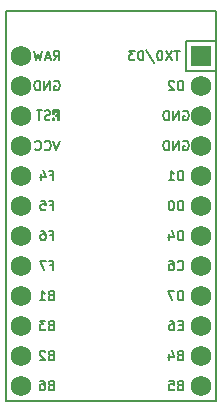
<source format=gbr>
%TF.GenerationSoftware,KiCad,Pcbnew,8.0.6*%
%TF.CreationDate,2025-04-17T08:46:25+02:00*%
%TF.ProjectId,KYBR_ORTHO,4b594252-5f4f-4525-9448-4f2e6b696361,rev?*%
%TF.SameCoordinates,Original*%
%TF.FileFunction,Legend,Bot*%
%TF.FilePolarity,Positive*%
%FSLAX46Y46*%
G04 Gerber Fmt 4.6, Leading zero omitted, Abs format (unit mm)*
G04 Created by KiCad (PCBNEW 8.0.6) date 2025-04-17 08:46:25*
%MOMM*%
%LPD*%
G01*
G04 APERTURE LIST*
%ADD10C,0.150000*%
%ADD11C,0.200000*%
%ADD12R,1.752600X1.752600*%
%ADD13C,1.752600*%
G04 APERTURE END LIST*
D10*
X60905666Y-67013247D02*
X61172332Y-67013247D01*
X61172332Y-67432295D02*
X61172332Y-66632295D01*
X61172332Y-66632295D02*
X60791380Y-66632295D01*
X60143761Y-66632295D02*
X60296142Y-66632295D01*
X60296142Y-66632295D02*
X60372333Y-66670390D01*
X60372333Y-66670390D02*
X60410428Y-66708485D01*
X60410428Y-66708485D02*
X60486618Y-66822771D01*
X60486618Y-66822771D02*
X60524714Y-66975152D01*
X60524714Y-66975152D02*
X60524714Y-67279914D01*
X60524714Y-67279914D02*
X60486618Y-67356104D01*
X60486618Y-67356104D02*
X60448523Y-67394200D01*
X60448523Y-67394200D02*
X60372333Y-67432295D01*
X60372333Y-67432295D02*
X60219952Y-67432295D01*
X60219952Y-67432295D02*
X60143761Y-67394200D01*
X60143761Y-67394200D02*
X60105666Y-67356104D01*
X60105666Y-67356104D02*
X60067571Y-67279914D01*
X60067571Y-67279914D02*
X60067571Y-67089438D01*
X60067571Y-67089438D02*
X60105666Y-67013247D01*
X60105666Y-67013247D02*
X60143761Y-66975152D01*
X60143761Y-66975152D02*
X60219952Y-66937057D01*
X60219952Y-66937057D02*
X60372333Y-66937057D01*
X60372333Y-66937057D02*
X60448523Y-66975152D01*
X60448523Y-66975152D02*
X60486618Y-67013247D01*
X60486618Y-67013247D02*
X60524714Y-67089438D01*
X60905666Y-64473247D02*
X61172332Y-64473247D01*
X61172332Y-64892295D02*
X61172332Y-64092295D01*
X61172332Y-64092295D02*
X60791380Y-64092295D01*
X60105666Y-64092295D02*
X60486618Y-64092295D01*
X60486618Y-64092295D02*
X60524714Y-64473247D01*
X60524714Y-64473247D02*
X60486618Y-64435152D01*
X60486618Y-64435152D02*
X60410428Y-64397057D01*
X60410428Y-64397057D02*
X60219952Y-64397057D01*
X60219952Y-64397057D02*
X60143761Y-64435152D01*
X60143761Y-64435152D02*
X60105666Y-64473247D01*
X60105666Y-64473247D02*
X60067571Y-64549438D01*
X60067571Y-64549438D02*
X60067571Y-64739914D01*
X60067571Y-64739914D02*
X60105666Y-64816104D01*
X60105666Y-64816104D02*
X60143761Y-64854200D01*
X60143761Y-64854200D02*
X60219952Y-64892295D01*
X60219952Y-64892295D02*
X60410428Y-64892295D01*
X60410428Y-64892295D02*
X60486618Y-64854200D01*
X60486618Y-64854200D02*
X60524714Y-64816104D01*
X60962809Y-72093247D02*
X60848523Y-72131342D01*
X60848523Y-72131342D02*
X60810428Y-72169438D01*
X60810428Y-72169438D02*
X60772332Y-72245628D01*
X60772332Y-72245628D02*
X60772332Y-72359914D01*
X60772332Y-72359914D02*
X60810428Y-72436104D01*
X60810428Y-72436104D02*
X60848523Y-72474200D01*
X60848523Y-72474200D02*
X60924713Y-72512295D01*
X60924713Y-72512295D02*
X61229475Y-72512295D01*
X61229475Y-72512295D02*
X61229475Y-71712295D01*
X61229475Y-71712295D02*
X60962809Y-71712295D01*
X60962809Y-71712295D02*
X60886618Y-71750390D01*
X60886618Y-71750390D02*
X60848523Y-71788485D01*
X60848523Y-71788485D02*
X60810428Y-71864676D01*
X60810428Y-71864676D02*
X60810428Y-71940866D01*
X60810428Y-71940866D02*
X60848523Y-72017057D01*
X60848523Y-72017057D02*
X60886618Y-72055152D01*
X60886618Y-72055152D02*
X60962809Y-72093247D01*
X60962809Y-72093247D02*
X61229475Y-72093247D01*
X60010428Y-72512295D02*
X60467571Y-72512295D01*
X60238999Y-72512295D02*
X60238999Y-71712295D01*
X60238999Y-71712295D02*
X60315190Y-71826580D01*
X60315190Y-71826580D02*
X60391380Y-71902771D01*
X60391380Y-71902771D02*
X60467571Y-71940866D01*
X71862348Y-51392295D02*
X71405205Y-51392295D01*
X71633777Y-52192295D02*
X71633777Y-51392295D01*
X71214729Y-51392295D02*
X70681395Y-52192295D01*
X70681395Y-51392295D02*
X71214729Y-52192295D01*
X70224252Y-51392295D02*
X70148062Y-51392295D01*
X70148062Y-51392295D02*
X70071871Y-51430390D01*
X70071871Y-51430390D02*
X70033776Y-51468485D01*
X70033776Y-51468485D02*
X69995681Y-51544676D01*
X69995681Y-51544676D02*
X69957586Y-51697057D01*
X69957586Y-51697057D02*
X69957586Y-51887533D01*
X69957586Y-51887533D02*
X69995681Y-52039914D01*
X69995681Y-52039914D02*
X70033776Y-52116104D01*
X70033776Y-52116104D02*
X70071871Y-52154200D01*
X70071871Y-52154200D02*
X70148062Y-52192295D01*
X70148062Y-52192295D02*
X70224252Y-52192295D01*
X70224252Y-52192295D02*
X70300443Y-52154200D01*
X70300443Y-52154200D02*
X70338538Y-52116104D01*
X70338538Y-52116104D02*
X70376633Y-52039914D01*
X70376633Y-52039914D02*
X70414729Y-51887533D01*
X70414729Y-51887533D02*
X70414729Y-51697057D01*
X70414729Y-51697057D02*
X70376633Y-51544676D01*
X70376633Y-51544676D02*
X70338538Y-51468485D01*
X70338538Y-51468485D02*
X70300443Y-51430390D01*
X70300443Y-51430390D02*
X70224252Y-51392295D01*
X69043300Y-51354200D02*
X69729014Y-52382771D01*
X68776633Y-52192295D02*
X68776633Y-51392295D01*
X68776633Y-51392295D02*
X68586157Y-51392295D01*
X68586157Y-51392295D02*
X68471871Y-51430390D01*
X68471871Y-51430390D02*
X68395681Y-51506580D01*
X68395681Y-51506580D02*
X68357586Y-51582771D01*
X68357586Y-51582771D02*
X68319490Y-51735152D01*
X68319490Y-51735152D02*
X68319490Y-51849438D01*
X68319490Y-51849438D02*
X68357586Y-52001819D01*
X68357586Y-52001819D02*
X68395681Y-52078009D01*
X68395681Y-52078009D02*
X68471871Y-52154200D01*
X68471871Y-52154200D02*
X68586157Y-52192295D01*
X68586157Y-52192295D02*
X68776633Y-52192295D01*
X68052824Y-51392295D02*
X67557586Y-51392295D01*
X67557586Y-51392295D02*
X67824252Y-51697057D01*
X67824252Y-51697057D02*
X67709967Y-51697057D01*
X67709967Y-51697057D02*
X67633776Y-51735152D01*
X67633776Y-51735152D02*
X67595681Y-51773247D01*
X67595681Y-51773247D02*
X67557586Y-51849438D01*
X67557586Y-51849438D02*
X67557586Y-52039914D01*
X67557586Y-52039914D02*
X67595681Y-52116104D01*
X67595681Y-52116104D02*
X67633776Y-52154200D01*
X67633776Y-52154200D02*
X67709967Y-52192295D01*
X67709967Y-52192295D02*
X67938538Y-52192295D01*
X67938538Y-52192295D02*
X68014729Y-52154200D01*
X68014729Y-52154200D02*
X68052824Y-52116104D01*
X60962809Y-74633247D02*
X60848523Y-74671342D01*
X60848523Y-74671342D02*
X60810428Y-74709438D01*
X60810428Y-74709438D02*
X60772332Y-74785628D01*
X60772332Y-74785628D02*
X60772332Y-74899914D01*
X60772332Y-74899914D02*
X60810428Y-74976104D01*
X60810428Y-74976104D02*
X60848523Y-75014200D01*
X60848523Y-75014200D02*
X60924713Y-75052295D01*
X60924713Y-75052295D02*
X61229475Y-75052295D01*
X61229475Y-75052295D02*
X61229475Y-74252295D01*
X61229475Y-74252295D02*
X60962809Y-74252295D01*
X60962809Y-74252295D02*
X60886618Y-74290390D01*
X60886618Y-74290390D02*
X60848523Y-74328485D01*
X60848523Y-74328485D02*
X60810428Y-74404676D01*
X60810428Y-74404676D02*
X60810428Y-74480866D01*
X60810428Y-74480866D02*
X60848523Y-74557057D01*
X60848523Y-74557057D02*
X60886618Y-74595152D01*
X60886618Y-74595152D02*
X60962809Y-74633247D01*
X60962809Y-74633247D02*
X61229475Y-74633247D01*
X60505666Y-74252295D02*
X60010428Y-74252295D01*
X60010428Y-74252295D02*
X60277094Y-74557057D01*
X60277094Y-74557057D02*
X60162809Y-74557057D01*
X60162809Y-74557057D02*
X60086618Y-74595152D01*
X60086618Y-74595152D02*
X60048523Y-74633247D01*
X60048523Y-74633247D02*
X60010428Y-74709438D01*
X60010428Y-74709438D02*
X60010428Y-74899914D01*
X60010428Y-74899914D02*
X60048523Y-74976104D01*
X60048523Y-74976104D02*
X60086618Y-75014200D01*
X60086618Y-75014200D02*
X60162809Y-75052295D01*
X60162809Y-75052295D02*
X60391380Y-75052295D01*
X60391380Y-75052295D02*
X60467571Y-75014200D01*
X60467571Y-75014200D02*
X60505666Y-74976104D01*
X60962809Y-77173247D02*
X60848523Y-77211342D01*
X60848523Y-77211342D02*
X60810428Y-77249438D01*
X60810428Y-77249438D02*
X60772332Y-77325628D01*
X60772332Y-77325628D02*
X60772332Y-77439914D01*
X60772332Y-77439914D02*
X60810428Y-77516104D01*
X60810428Y-77516104D02*
X60848523Y-77554200D01*
X60848523Y-77554200D02*
X60924713Y-77592295D01*
X60924713Y-77592295D02*
X61229475Y-77592295D01*
X61229475Y-77592295D02*
X61229475Y-76792295D01*
X61229475Y-76792295D02*
X60962809Y-76792295D01*
X60962809Y-76792295D02*
X60886618Y-76830390D01*
X60886618Y-76830390D02*
X60848523Y-76868485D01*
X60848523Y-76868485D02*
X60810428Y-76944676D01*
X60810428Y-76944676D02*
X60810428Y-77020866D01*
X60810428Y-77020866D02*
X60848523Y-77097057D01*
X60848523Y-77097057D02*
X60886618Y-77135152D01*
X60886618Y-77135152D02*
X60962809Y-77173247D01*
X60962809Y-77173247D02*
X61229475Y-77173247D01*
X60467571Y-76868485D02*
X60429475Y-76830390D01*
X60429475Y-76830390D02*
X60353285Y-76792295D01*
X60353285Y-76792295D02*
X60162809Y-76792295D01*
X60162809Y-76792295D02*
X60086618Y-76830390D01*
X60086618Y-76830390D02*
X60048523Y-76868485D01*
X60048523Y-76868485D02*
X60010428Y-76944676D01*
X60010428Y-76944676D02*
X60010428Y-77020866D01*
X60010428Y-77020866D02*
X60048523Y-77135152D01*
X60048523Y-77135152D02*
X60505666Y-77592295D01*
X60505666Y-77592295D02*
X60010428Y-77592295D01*
X61191380Y-52192295D02*
X61458047Y-51811342D01*
X61648523Y-52192295D02*
X61648523Y-51392295D01*
X61648523Y-51392295D02*
X61343761Y-51392295D01*
X61343761Y-51392295D02*
X61267571Y-51430390D01*
X61267571Y-51430390D02*
X61229476Y-51468485D01*
X61229476Y-51468485D02*
X61191380Y-51544676D01*
X61191380Y-51544676D02*
X61191380Y-51658961D01*
X61191380Y-51658961D02*
X61229476Y-51735152D01*
X61229476Y-51735152D02*
X61267571Y-51773247D01*
X61267571Y-51773247D02*
X61343761Y-51811342D01*
X61343761Y-51811342D02*
X61648523Y-51811342D01*
X60886619Y-51963723D02*
X60505666Y-51963723D01*
X60962809Y-52192295D02*
X60696142Y-51392295D01*
X60696142Y-51392295D02*
X60429476Y-52192295D01*
X60239000Y-51392295D02*
X60048524Y-52192295D01*
X60048524Y-52192295D02*
X59896143Y-51620866D01*
X59896143Y-51620866D02*
X59743762Y-52192295D01*
X59743762Y-52192295D02*
X59553286Y-51392295D01*
X60900213Y-57204200D02*
X60785927Y-57242295D01*
X60785927Y-57242295D02*
X60595451Y-57242295D01*
X60595451Y-57242295D02*
X60519260Y-57204200D01*
X60519260Y-57204200D02*
X60481165Y-57166104D01*
X60481165Y-57166104D02*
X60443070Y-57089914D01*
X60443070Y-57089914D02*
X60443070Y-57013723D01*
X60443070Y-57013723D02*
X60481165Y-56937533D01*
X60481165Y-56937533D02*
X60519260Y-56899438D01*
X60519260Y-56899438D02*
X60595451Y-56861342D01*
X60595451Y-56861342D02*
X60747832Y-56823247D01*
X60747832Y-56823247D02*
X60824022Y-56785152D01*
X60824022Y-56785152D02*
X60862117Y-56747057D01*
X60862117Y-56747057D02*
X60900213Y-56670866D01*
X60900213Y-56670866D02*
X60900213Y-56594676D01*
X60900213Y-56594676D02*
X60862117Y-56518485D01*
X60862117Y-56518485D02*
X60824022Y-56480390D01*
X60824022Y-56480390D02*
X60747832Y-56442295D01*
X60747832Y-56442295D02*
X60557355Y-56442295D01*
X60557355Y-56442295D02*
X60443070Y-56480390D01*
X60214498Y-56442295D02*
X59757355Y-56442295D01*
X59985927Y-57242295D02*
X59985927Y-56442295D01*
X72170523Y-59050390D02*
X72246713Y-59012295D01*
X72246713Y-59012295D02*
X72360999Y-59012295D01*
X72360999Y-59012295D02*
X72475285Y-59050390D01*
X72475285Y-59050390D02*
X72551475Y-59126580D01*
X72551475Y-59126580D02*
X72589570Y-59202771D01*
X72589570Y-59202771D02*
X72627666Y-59355152D01*
X72627666Y-59355152D02*
X72627666Y-59469438D01*
X72627666Y-59469438D02*
X72589570Y-59621819D01*
X72589570Y-59621819D02*
X72551475Y-59698009D01*
X72551475Y-59698009D02*
X72475285Y-59774200D01*
X72475285Y-59774200D02*
X72360999Y-59812295D01*
X72360999Y-59812295D02*
X72284808Y-59812295D01*
X72284808Y-59812295D02*
X72170523Y-59774200D01*
X72170523Y-59774200D02*
X72132427Y-59736104D01*
X72132427Y-59736104D02*
X72132427Y-59469438D01*
X72132427Y-59469438D02*
X72284808Y-59469438D01*
X71789570Y-59812295D02*
X71789570Y-59012295D01*
X71789570Y-59012295D02*
X71332427Y-59812295D01*
X71332427Y-59812295D02*
X71332427Y-59012295D01*
X70951475Y-59812295D02*
X70951475Y-59012295D01*
X70951475Y-59012295D02*
X70760999Y-59012295D01*
X70760999Y-59012295D02*
X70646713Y-59050390D01*
X70646713Y-59050390D02*
X70570523Y-59126580D01*
X70570523Y-59126580D02*
X70532428Y-59202771D01*
X70532428Y-59202771D02*
X70494332Y-59355152D01*
X70494332Y-59355152D02*
X70494332Y-59469438D01*
X70494332Y-59469438D02*
X70532428Y-59621819D01*
X70532428Y-59621819D02*
X70570523Y-59698009D01*
X70570523Y-59698009D02*
X70646713Y-59774200D01*
X70646713Y-59774200D02*
X70760999Y-59812295D01*
X70760999Y-59812295D02*
X70951475Y-59812295D01*
X72151475Y-62352295D02*
X72151475Y-61552295D01*
X72151475Y-61552295D02*
X71960999Y-61552295D01*
X71960999Y-61552295D02*
X71846713Y-61590390D01*
X71846713Y-61590390D02*
X71770523Y-61666580D01*
X71770523Y-61666580D02*
X71732428Y-61742771D01*
X71732428Y-61742771D02*
X71694332Y-61895152D01*
X71694332Y-61895152D02*
X71694332Y-62009438D01*
X71694332Y-62009438D02*
X71732428Y-62161819D01*
X71732428Y-62161819D02*
X71770523Y-62238009D01*
X71770523Y-62238009D02*
X71846713Y-62314200D01*
X71846713Y-62314200D02*
X71960999Y-62352295D01*
X71960999Y-62352295D02*
X72151475Y-62352295D01*
X70932428Y-62352295D02*
X71389571Y-62352295D01*
X71160999Y-62352295D02*
X71160999Y-61552295D01*
X71160999Y-61552295D02*
X71237190Y-61666580D01*
X71237190Y-61666580D02*
X71313380Y-61742771D01*
X71313380Y-61742771D02*
X71389571Y-61780866D01*
X72151475Y-67432295D02*
X72151475Y-66632295D01*
X72151475Y-66632295D02*
X71960999Y-66632295D01*
X71960999Y-66632295D02*
X71846713Y-66670390D01*
X71846713Y-66670390D02*
X71770523Y-66746580D01*
X71770523Y-66746580D02*
X71732428Y-66822771D01*
X71732428Y-66822771D02*
X71694332Y-66975152D01*
X71694332Y-66975152D02*
X71694332Y-67089438D01*
X71694332Y-67089438D02*
X71732428Y-67241819D01*
X71732428Y-67241819D02*
X71770523Y-67318009D01*
X71770523Y-67318009D02*
X71846713Y-67394200D01*
X71846713Y-67394200D02*
X71960999Y-67432295D01*
X71960999Y-67432295D02*
X72151475Y-67432295D01*
X71008618Y-66898961D02*
X71008618Y-67432295D01*
X71199094Y-66594200D02*
X71389571Y-67165628D01*
X71389571Y-67165628D02*
X70894332Y-67165628D01*
X60962809Y-79713247D02*
X60848523Y-79751342D01*
X60848523Y-79751342D02*
X60810428Y-79789438D01*
X60810428Y-79789438D02*
X60772332Y-79865628D01*
X60772332Y-79865628D02*
X60772332Y-79979914D01*
X60772332Y-79979914D02*
X60810428Y-80056104D01*
X60810428Y-80056104D02*
X60848523Y-80094200D01*
X60848523Y-80094200D02*
X60924713Y-80132295D01*
X60924713Y-80132295D02*
X61229475Y-80132295D01*
X61229475Y-80132295D02*
X61229475Y-79332295D01*
X61229475Y-79332295D02*
X60962809Y-79332295D01*
X60962809Y-79332295D02*
X60886618Y-79370390D01*
X60886618Y-79370390D02*
X60848523Y-79408485D01*
X60848523Y-79408485D02*
X60810428Y-79484676D01*
X60810428Y-79484676D02*
X60810428Y-79560866D01*
X60810428Y-79560866D02*
X60848523Y-79637057D01*
X60848523Y-79637057D02*
X60886618Y-79675152D01*
X60886618Y-79675152D02*
X60962809Y-79713247D01*
X60962809Y-79713247D02*
X61229475Y-79713247D01*
X60086618Y-79332295D02*
X60238999Y-79332295D01*
X60238999Y-79332295D02*
X60315190Y-79370390D01*
X60315190Y-79370390D02*
X60353285Y-79408485D01*
X60353285Y-79408485D02*
X60429475Y-79522771D01*
X60429475Y-79522771D02*
X60467571Y-79675152D01*
X60467571Y-79675152D02*
X60467571Y-79979914D01*
X60467571Y-79979914D02*
X60429475Y-80056104D01*
X60429475Y-80056104D02*
X60391380Y-80094200D01*
X60391380Y-80094200D02*
X60315190Y-80132295D01*
X60315190Y-80132295D02*
X60162809Y-80132295D01*
X60162809Y-80132295D02*
X60086618Y-80094200D01*
X60086618Y-80094200D02*
X60048523Y-80056104D01*
X60048523Y-80056104D02*
X60010428Y-79979914D01*
X60010428Y-79979914D02*
X60010428Y-79789438D01*
X60010428Y-79789438D02*
X60048523Y-79713247D01*
X60048523Y-79713247D02*
X60086618Y-79675152D01*
X60086618Y-79675152D02*
X60162809Y-79637057D01*
X60162809Y-79637057D02*
X60315190Y-79637057D01*
X60315190Y-79637057D02*
X60391380Y-79675152D01*
X60391380Y-79675152D02*
X60429475Y-79713247D01*
X60429475Y-79713247D02*
X60467571Y-79789438D01*
X72151475Y-54732295D02*
X72151475Y-53932295D01*
X72151475Y-53932295D02*
X71960999Y-53932295D01*
X71960999Y-53932295D02*
X71846713Y-53970390D01*
X71846713Y-53970390D02*
X71770523Y-54046580D01*
X71770523Y-54046580D02*
X71732428Y-54122771D01*
X71732428Y-54122771D02*
X71694332Y-54275152D01*
X71694332Y-54275152D02*
X71694332Y-54389438D01*
X71694332Y-54389438D02*
X71732428Y-54541819D01*
X71732428Y-54541819D02*
X71770523Y-54618009D01*
X71770523Y-54618009D02*
X71846713Y-54694200D01*
X71846713Y-54694200D02*
X71960999Y-54732295D01*
X71960999Y-54732295D02*
X72151475Y-54732295D01*
X71389571Y-54008485D02*
X71351475Y-53970390D01*
X71351475Y-53970390D02*
X71275285Y-53932295D01*
X71275285Y-53932295D02*
X71084809Y-53932295D01*
X71084809Y-53932295D02*
X71008618Y-53970390D01*
X71008618Y-53970390D02*
X70970523Y-54008485D01*
X70970523Y-54008485D02*
X70932428Y-54084676D01*
X70932428Y-54084676D02*
X70932428Y-54160866D01*
X70932428Y-54160866D02*
X70970523Y-54275152D01*
X70970523Y-54275152D02*
X71427666Y-54732295D01*
X71427666Y-54732295D02*
X70932428Y-54732295D01*
X61248523Y-53970390D02*
X61324713Y-53932295D01*
X61324713Y-53932295D02*
X61438999Y-53932295D01*
X61438999Y-53932295D02*
X61553285Y-53970390D01*
X61553285Y-53970390D02*
X61629475Y-54046580D01*
X61629475Y-54046580D02*
X61667570Y-54122771D01*
X61667570Y-54122771D02*
X61705666Y-54275152D01*
X61705666Y-54275152D02*
X61705666Y-54389438D01*
X61705666Y-54389438D02*
X61667570Y-54541819D01*
X61667570Y-54541819D02*
X61629475Y-54618009D01*
X61629475Y-54618009D02*
X61553285Y-54694200D01*
X61553285Y-54694200D02*
X61438999Y-54732295D01*
X61438999Y-54732295D02*
X61362808Y-54732295D01*
X61362808Y-54732295D02*
X61248523Y-54694200D01*
X61248523Y-54694200D02*
X61210427Y-54656104D01*
X61210427Y-54656104D02*
X61210427Y-54389438D01*
X61210427Y-54389438D02*
X61362808Y-54389438D01*
X60867570Y-54732295D02*
X60867570Y-53932295D01*
X60867570Y-53932295D02*
X60410427Y-54732295D01*
X60410427Y-54732295D02*
X60410427Y-53932295D01*
X60029475Y-54732295D02*
X60029475Y-53932295D01*
X60029475Y-53932295D02*
X59838999Y-53932295D01*
X59838999Y-53932295D02*
X59724713Y-53970390D01*
X59724713Y-53970390D02*
X59648523Y-54046580D01*
X59648523Y-54046580D02*
X59610428Y-54122771D01*
X59610428Y-54122771D02*
X59572332Y-54275152D01*
X59572332Y-54275152D02*
X59572332Y-54389438D01*
X59572332Y-54389438D02*
X59610428Y-54541819D01*
X59610428Y-54541819D02*
X59648523Y-54618009D01*
X59648523Y-54618009D02*
X59724713Y-54694200D01*
X59724713Y-54694200D02*
X59838999Y-54732295D01*
X59838999Y-54732295D02*
X60029475Y-54732295D01*
X60905666Y-61933247D02*
X61172332Y-61933247D01*
X61172332Y-62352295D02*
X61172332Y-61552295D01*
X61172332Y-61552295D02*
X60791380Y-61552295D01*
X60143761Y-61818961D02*
X60143761Y-62352295D01*
X60334237Y-61514200D02*
X60524714Y-62085628D01*
X60524714Y-62085628D02*
X60029475Y-62085628D01*
X60905666Y-69553247D02*
X61172332Y-69553247D01*
X61172332Y-69972295D02*
X61172332Y-69172295D01*
X61172332Y-69172295D02*
X60791380Y-69172295D01*
X60562809Y-69172295D02*
X60029475Y-69172295D01*
X60029475Y-69172295D02*
X60372333Y-69972295D01*
X61705666Y-59012295D02*
X61438999Y-59812295D01*
X61438999Y-59812295D02*
X61172333Y-59012295D01*
X60448523Y-59736104D02*
X60486619Y-59774200D01*
X60486619Y-59774200D02*
X60600904Y-59812295D01*
X60600904Y-59812295D02*
X60677095Y-59812295D01*
X60677095Y-59812295D02*
X60791381Y-59774200D01*
X60791381Y-59774200D02*
X60867571Y-59698009D01*
X60867571Y-59698009D02*
X60905666Y-59621819D01*
X60905666Y-59621819D02*
X60943762Y-59469438D01*
X60943762Y-59469438D02*
X60943762Y-59355152D01*
X60943762Y-59355152D02*
X60905666Y-59202771D01*
X60905666Y-59202771D02*
X60867571Y-59126580D01*
X60867571Y-59126580D02*
X60791381Y-59050390D01*
X60791381Y-59050390D02*
X60677095Y-59012295D01*
X60677095Y-59012295D02*
X60600904Y-59012295D01*
X60600904Y-59012295D02*
X60486619Y-59050390D01*
X60486619Y-59050390D02*
X60448523Y-59088485D01*
X59648523Y-59736104D02*
X59686619Y-59774200D01*
X59686619Y-59774200D02*
X59800904Y-59812295D01*
X59800904Y-59812295D02*
X59877095Y-59812295D01*
X59877095Y-59812295D02*
X59991381Y-59774200D01*
X59991381Y-59774200D02*
X60067571Y-59698009D01*
X60067571Y-59698009D02*
X60105666Y-59621819D01*
X60105666Y-59621819D02*
X60143762Y-59469438D01*
X60143762Y-59469438D02*
X60143762Y-59355152D01*
X60143762Y-59355152D02*
X60105666Y-59202771D01*
X60105666Y-59202771D02*
X60067571Y-59126580D01*
X60067571Y-59126580D02*
X59991381Y-59050390D01*
X59991381Y-59050390D02*
X59877095Y-59012295D01*
X59877095Y-59012295D02*
X59800904Y-59012295D01*
X59800904Y-59012295D02*
X59686619Y-59050390D01*
X59686619Y-59050390D02*
X59648523Y-59088485D01*
X72170523Y-56510390D02*
X72246713Y-56472295D01*
X72246713Y-56472295D02*
X72360999Y-56472295D01*
X72360999Y-56472295D02*
X72475285Y-56510390D01*
X72475285Y-56510390D02*
X72551475Y-56586580D01*
X72551475Y-56586580D02*
X72589570Y-56662771D01*
X72589570Y-56662771D02*
X72627666Y-56815152D01*
X72627666Y-56815152D02*
X72627666Y-56929438D01*
X72627666Y-56929438D02*
X72589570Y-57081819D01*
X72589570Y-57081819D02*
X72551475Y-57158009D01*
X72551475Y-57158009D02*
X72475285Y-57234200D01*
X72475285Y-57234200D02*
X72360999Y-57272295D01*
X72360999Y-57272295D02*
X72284808Y-57272295D01*
X72284808Y-57272295D02*
X72170523Y-57234200D01*
X72170523Y-57234200D02*
X72132427Y-57196104D01*
X72132427Y-57196104D02*
X72132427Y-56929438D01*
X72132427Y-56929438D02*
X72284808Y-56929438D01*
X71789570Y-57272295D02*
X71789570Y-56472295D01*
X71789570Y-56472295D02*
X71332427Y-57272295D01*
X71332427Y-57272295D02*
X71332427Y-56472295D01*
X70951475Y-57272295D02*
X70951475Y-56472295D01*
X70951475Y-56472295D02*
X70760999Y-56472295D01*
X70760999Y-56472295D02*
X70646713Y-56510390D01*
X70646713Y-56510390D02*
X70570523Y-56586580D01*
X70570523Y-56586580D02*
X70532428Y-56662771D01*
X70532428Y-56662771D02*
X70494332Y-56815152D01*
X70494332Y-56815152D02*
X70494332Y-56929438D01*
X70494332Y-56929438D02*
X70532428Y-57081819D01*
X70532428Y-57081819D02*
X70570523Y-57158009D01*
X70570523Y-57158009D02*
X70646713Y-57234200D01*
X70646713Y-57234200D02*
X70760999Y-57272295D01*
X70760999Y-57272295D02*
X70951475Y-57272295D01*
X72151475Y-72512295D02*
X72151475Y-71712295D01*
X72151475Y-71712295D02*
X71960999Y-71712295D01*
X71960999Y-71712295D02*
X71846713Y-71750390D01*
X71846713Y-71750390D02*
X71770523Y-71826580D01*
X71770523Y-71826580D02*
X71732428Y-71902771D01*
X71732428Y-71902771D02*
X71694332Y-72055152D01*
X71694332Y-72055152D02*
X71694332Y-72169438D01*
X71694332Y-72169438D02*
X71732428Y-72321819D01*
X71732428Y-72321819D02*
X71770523Y-72398009D01*
X71770523Y-72398009D02*
X71846713Y-72474200D01*
X71846713Y-72474200D02*
X71960999Y-72512295D01*
X71960999Y-72512295D02*
X72151475Y-72512295D01*
X71427666Y-71712295D02*
X70894332Y-71712295D01*
X70894332Y-71712295D02*
X71237190Y-72512295D01*
X71694332Y-69896104D02*
X71732428Y-69934200D01*
X71732428Y-69934200D02*
X71846713Y-69972295D01*
X71846713Y-69972295D02*
X71922904Y-69972295D01*
X71922904Y-69972295D02*
X72037190Y-69934200D01*
X72037190Y-69934200D02*
X72113380Y-69858009D01*
X72113380Y-69858009D02*
X72151475Y-69781819D01*
X72151475Y-69781819D02*
X72189571Y-69629438D01*
X72189571Y-69629438D02*
X72189571Y-69515152D01*
X72189571Y-69515152D02*
X72151475Y-69362771D01*
X72151475Y-69362771D02*
X72113380Y-69286580D01*
X72113380Y-69286580D02*
X72037190Y-69210390D01*
X72037190Y-69210390D02*
X71922904Y-69172295D01*
X71922904Y-69172295D02*
X71846713Y-69172295D01*
X71846713Y-69172295D02*
X71732428Y-69210390D01*
X71732428Y-69210390D02*
X71694332Y-69248485D01*
X71008618Y-69172295D02*
X71160999Y-69172295D01*
X71160999Y-69172295D02*
X71237190Y-69210390D01*
X71237190Y-69210390D02*
X71275285Y-69248485D01*
X71275285Y-69248485D02*
X71351475Y-69362771D01*
X71351475Y-69362771D02*
X71389571Y-69515152D01*
X71389571Y-69515152D02*
X71389571Y-69819914D01*
X71389571Y-69819914D02*
X71351475Y-69896104D01*
X71351475Y-69896104D02*
X71313380Y-69934200D01*
X71313380Y-69934200D02*
X71237190Y-69972295D01*
X71237190Y-69972295D02*
X71084809Y-69972295D01*
X71084809Y-69972295D02*
X71008618Y-69934200D01*
X71008618Y-69934200D02*
X70970523Y-69896104D01*
X70970523Y-69896104D02*
X70932428Y-69819914D01*
X70932428Y-69819914D02*
X70932428Y-69629438D01*
X70932428Y-69629438D02*
X70970523Y-69553247D01*
X70970523Y-69553247D02*
X71008618Y-69515152D01*
X71008618Y-69515152D02*
X71084809Y-69477057D01*
X71084809Y-69477057D02*
X71237190Y-69477057D01*
X71237190Y-69477057D02*
X71313380Y-69515152D01*
X71313380Y-69515152D02*
X71351475Y-69553247D01*
X71351475Y-69553247D02*
X71389571Y-69629438D01*
X72151475Y-64892295D02*
X72151475Y-64092295D01*
X72151475Y-64092295D02*
X71960999Y-64092295D01*
X71960999Y-64092295D02*
X71846713Y-64130390D01*
X71846713Y-64130390D02*
X71770523Y-64206580D01*
X71770523Y-64206580D02*
X71732428Y-64282771D01*
X71732428Y-64282771D02*
X71694332Y-64435152D01*
X71694332Y-64435152D02*
X71694332Y-64549438D01*
X71694332Y-64549438D02*
X71732428Y-64701819D01*
X71732428Y-64701819D02*
X71770523Y-64778009D01*
X71770523Y-64778009D02*
X71846713Y-64854200D01*
X71846713Y-64854200D02*
X71960999Y-64892295D01*
X71960999Y-64892295D02*
X72151475Y-64892295D01*
X71199094Y-64092295D02*
X71122904Y-64092295D01*
X71122904Y-64092295D02*
X71046713Y-64130390D01*
X71046713Y-64130390D02*
X71008618Y-64168485D01*
X71008618Y-64168485D02*
X70970523Y-64244676D01*
X70970523Y-64244676D02*
X70932428Y-64397057D01*
X70932428Y-64397057D02*
X70932428Y-64587533D01*
X70932428Y-64587533D02*
X70970523Y-64739914D01*
X70970523Y-64739914D02*
X71008618Y-64816104D01*
X71008618Y-64816104D02*
X71046713Y-64854200D01*
X71046713Y-64854200D02*
X71122904Y-64892295D01*
X71122904Y-64892295D02*
X71199094Y-64892295D01*
X71199094Y-64892295D02*
X71275285Y-64854200D01*
X71275285Y-64854200D02*
X71313380Y-64816104D01*
X71313380Y-64816104D02*
X71351475Y-64739914D01*
X71351475Y-64739914D02*
X71389571Y-64587533D01*
X71389571Y-64587533D02*
X71389571Y-64397057D01*
X71389571Y-64397057D02*
X71351475Y-64244676D01*
X71351475Y-64244676D02*
X71313380Y-64168485D01*
X71313380Y-64168485D02*
X71275285Y-64130390D01*
X71275285Y-64130390D02*
X71199094Y-64092295D01*
X71884809Y-79713247D02*
X71770523Y-79751342D01*
X71770523Y-79751342D02*
X71732428Y-79789438D01*
X71732428Y-79789438D02*
X71694332Y-79865628D01*
X71694332Y-79865628D02*
X71694332Y-79979914D01*
X71694332Y-79979914D02*
X71732428Y-80056104D01*
X71732428Y-80056104D02*
X71770523Y-80094200D01*
X71770523Y-80094200D02*
X71846713Y-80132295D01*
X71846713Y-80132295D02*
X72151475Y-80132295D01*
X72151475Y-80132295D02*
X72151475Y-79332295D01*
X72151475Y-79332295D02*
X71884809Y-79332295D01*
X71884809Y-79332295D02*
X71808618Y-79370390D01*
X71808618Y-79370390D02*
X71770523Y-79408485D01*
X71770523Y-79408485D02*
X71732428Y-79484676D01*
X71732428Y-79484676D02*
X71732428Y-79560866D01*
X71732428Y-79560866D02*
X71770523Y-79637057D01*
X71770523Y-79637057D02*
X71808618Y-79675152D01*
X71808618Y-79675152D02*
X71884809Y-79713247D01*
X71884809Y-79713247D02*
X72151475Y-79713247D01*
X70970523Y-79332295D02*
X71351475Y-79332295D01*
X71351475Y-79332295D02*
X71389571Y-79713247D01*
X71389571Y-79713247D02*
X71351475Y-79675152D01*
X71351475Y-79675152D02*
X71275285Y-79637057D01*
X71275285Y-79637057D02*
X71084809Y-79637057D01*
X71084809Y-79637057D02*
X71008618Y-79675152D01*
X71008618Y-79675152D02*
X70970523Y-79713247D01*
X70970523Y-79713247D02*
X70932428Y-79789438D01*
X70932428Y-79789438D02*
X70932428Y-79979914D01*
X70932428Y-79979914D02*
X70970523Y-80056104D01*
X70970523Y-80056104D02*
X71008618Y-80094200D01*
X71008618Y-80094200D02*
X71084809Y-80132295D01*
X71084809Y-80132295D02*
X71275285Y-80132295D01*
X71275285Y-80132295D02*
X71351475Y-80094200D01*
X71351475Y-80094200D02*
X71389571Y-80056104D01*
X71884809Y-77173247D02*
X71770523Y-77211342D01*
X71770523Y-77211342D02*
X71732428Y-77249438D01*
X71732428Y-77249438D02*
X71694332Y-77325628D01*
X71694332Y-77325628D02*
X71694332Y-77439914D01*
X71694332Y-77439914D02*
X71732428Y-77516104D01*
X71732428Y-77516104D02*
X71770523Y-77554200D01*
X71770523Y-77554200D02*
X71846713Y-77592295D01*
X71846713Y-77592295D02*
X72151475Y-77592295D01*
X72151475Y-77592295D02*
X72151475Y-76792295D01*
X72151475Y-76792295D02*
X71884809Y-76792295D01*
X71884809Y-76792295D02*
X71808618Y-76830390D01*
X71808618Y-76830390D02*
X71770523Y-76868485D01*
X71770523Y-76868485D02*
X71732428Y-76944676D01*
X71732428Y-76944676D02*
X71732428Y-77020866D01*
X71732428Y-77020866D02*
X71770523Y-77097057D01*
X71770523Y-77097057D02*
X71808618Y-77135152D01*
X71808618Y-77135152D02*
X71884809Y-77173247D01*
X71884809Y-77173247D02*
X72151475Y-77173247D01*
X71008618Y-77058961D02*
X71008618Y-77592295D01*
X71199094Y-76754200D02*
X71389571Y-77325628D01*
X71389571Y-77325628D02*
X70894332Y-77325628D01*
X72113380Y-74633247D02*
X71846714Y-74633247D01*
X71732428Y-75052295D02*
X72113380Y-75052295D01*
X72113380Y-75052295D02*
X72113380Y-74252295D01*
X72113380Y-74252295D02*
X71732428Y-74252295D01*
X71046713Y-74252295D02*
X71199094Y-74252295D01*
X71199094Y-74252295D02*
X71275285Y-74290390D01*
X71275285Y-74290390D02*
X71313380Y-74328485D01*
X71313380Y-74328485D02*
X71389570Y-74442771D01*
X71389570Y-74442771D02*
X71427666Y-74595152D01*
X71427666Y-74595152D02*
X71427666Y-74899914D01*
X71427666Y-74899914D02*
X71389570Y-74976104D01*
X71389570Y-74976104D02*
X71351475Y-75014200D01*
X71351475Y-75014200D02*
X71275285Y-75052295D01*
X71275285Y-75052295D02*
X71122904Y-75052295D01*
X71122904Y-75052295D02*
X71046713Y-75014200D01*
X71046713Y-75014200D02*
X71008618Y-74976104D01*
X71008618Y-74976104D02*
X70970523Y-74899914D01*
X70970523Y-74899914D02*
X70970523Y-74709438D01*
X70970523Y-74709438D02*
X71008618Y-74633247D01*
X71008618Y-74633247D02*
X71046713Y-74595152D01*
X71046713Y-74595152D02*
X71122904Y-74557057D01*
X71122904Y-74557057D02*
X71275285Y-74557057D01*
X71275285Y-74557057D02*
X71351475Y-74595152D01*
X71351475Y-74595152D02*
X71389570Y-74633247D01*
X71389570Y-74633247D02*
X71427666Y-74709438D01*
D11*
%TO.C,U1*%
X57210000Y-48020000D02*
X57210000Y-81040000D01*
X57210000Y-81040000D02*
X74990000Y-81040000D01*
X72450000Y-53100000D02*
X72450000Y-50560000D01*
X74990000Y-48020000D02*
X57210000Y-48020000D01*
X74990000Y-50560000D02*
X72450000Y-50560000D01*
X74990000Y-53100000D02*
X72450000Y-53100000D01*
X74990000Y-81040000D02*
X74990000Y-48020000D01*
D10*
X61668432Y-56539360D02*
X61168432Y-56539360D01*
X61168432Y-56439360D01*
X61668432Y-56439360D01*
X61668432Y-56539360D01*
G36*
X61668432Y-56539360D02*
G01*
X61168432Y-56539360D01*
X61168432Y-56439360D01*
X61668432Y-56439360D01*
X61668432Y-56539360D01*
G37*
X61268432Y-56739360D02*
X61168432Y-56739360D01*
X61168432Y-56439360D01*
X61268432Y-56439360D01*
X61268432Y-56739360D01*
G36*
X61268432Y-56739360D02*
G01*
X61168432Y-56739360D01*
X61168432Y-56439360D01*
X61268432Y-56439360D01*
X61268432Y-56739360D01*
G37*
X61268432Y-57239360D02*
X61168432Y-57239360D01*
X61168432Y-57039360D01*
X61268432Y-57039360D01*
X61268432Y-57239360D01*
G36*
X61268432Y-57239360D02*
G01*
X61168432Y-57239360D01*
X61168432Y-57039360D01*
X61268432Y-57039360D01*
X61268432Y-57239360D01*
G37*
X61468432Y-56939360D02*
X61368432Y-56939360D01*
X61368432Y-56839360D01*
X61468432Y-56839360D01*
X61468432Y-56939360D01*
G36*
X61468432Y-56939360D02*
G01*
X61368432Y-56939360D01*
X61368432Y-56839360D01*
X61468432Y-56839360D01*
X61468432Y-56939360D01*
G37*
X61668432Y-57239360D02*
X61568432Y-57239360D01*
X61568432Y-56439360D01*
X61668432Y-56439360D01*
X61668432Y-57239360D01*
G36*
X61668432Y-57239360D02*
G01*
X61568432Y-57239360D01*
X61568432Y-56439360D01*
X61668432Y-56439360D01*
X61668432Y-57239360D01*
G37*
%TD*%
D12*
%TO.C,U1*%
X73720000Y-51830000D03*
D13*
X73720000Y-54370000D03*
X73720000Y-56910000D03*
X73720000Y-59450000D03*
X73720000Y-61990000D03*
X73720000Y-64530000D03*
X73720000Y-67070000D03*
X73720000Y-69610000D03*
X73720000Y-72150000D03*
X73720000Y-74690000D03*
X73720000Y-77230000D03*
X73720000Y-79770000D03*
X58480000Y-79770000D03*
X58480000Y-77230000D03*
X58480000Y-74690000D03*
X58480000Y-72150000D03*
X58480000Y-69610000D03*
X58480000Y-67070000D03*
X58480000Y-64530000D03*
X58480000Y-61990000D03*
X58480000Y-59450000D03*
X58480000Y-56910000D03*
X58480000Y-54370000D03*
X58480000Y-51830000D03*
%TD*%
M02*

</source>
